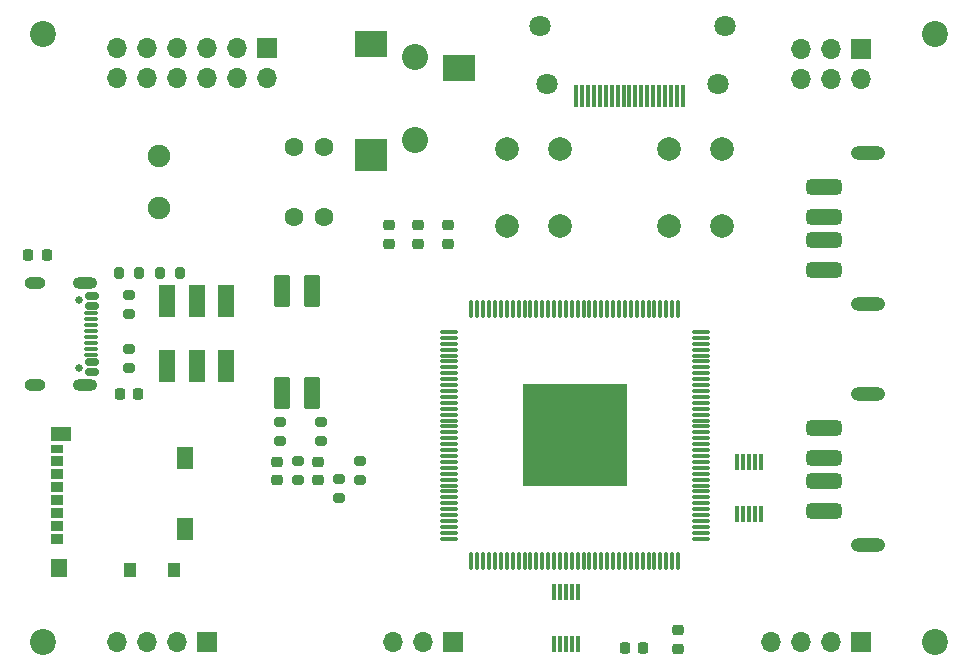
<source format=gts>
G04 #@! TF.GenerationSoftware,KiCad,Pcbnew,7.0.10-7.0.10~ubuntu20.04.1*
G04 #@! TF.CreationDate,2024-05-01T22:25:20+02:00*
G04 #@! TF.ProjectId,endeavour,656e6465-6176-46f7-9572-2e6b69636164,rev?*
G04 #@! TF.SameCoordinates,Original*
G04 #@! TF.FileFunction,Soldermask,Top*
G04 #@! TF.FilePolarity,Negative*
%FSLAX46Y46*%
G04 Gerber Fmt 4.6, Leading zero omitted, Abs format (unit mm)*
G04 Created by KiCad (PCBNEW 7.0.10-7.0.10~ubuntu20.04.1) date 2024-05-01 22:25:20*
%MOMM*%
%LPD*%
G01*
G04 APERTURE LIST*
G04 Aperture macros list*
%AMRoundRect*
0 Rectangle with rounded corners*
0 $1 Rounding radius*
0 $2 $3 $4 $5 $6 $7 $8 $9 X,Y pos of 4 corners*
0 Add a 4 corners polygon primitive as box body*
4,1,4,$2,$3,$4,$5,$6,$7,$8,$9,$2,$3,0*
0 Add four circle primitives for the rounded corners*
1,1,$1+$1,$2,$3*
1,1,$1+$1,$4,$5*
1,1,$1+$1,$6,$7*
1,1,$1+$1,$8,$9*
0 Add four rect primitives between the rounded corners*
20,1,$1+$1,$2,$3,$4,$5,0*
20,1,$1+$1,$4,$5,$6,$7,0*
20,1,$1+$1,$6,$7,$8,$9,0*
20,1,$1+$1,$8,$9,$2,$3,0*%
G04 Aperture macros list end*
%ADD10R,1.700000X1.700000*%
%ADD11O,1.700000X1.700000*%
%ADD12C,2.200000*%
%ADD13RoundRect,0.218750X0.256250X-0.218750X0.256250X0.218750X-0.256250X0.218750X-0.256250X-0.218750X0*%
%ADD14RoundRect,0.218750X-0.218750X-0.256250X0.218750X-0.256250X0.218750X0.256250X-0.218750X0.256250X0*%
%ADD15RoundRect,0.102000X-0.600000X-1.250000X0.600000X-1.250000X0.600000X1.250000X-0.600000X1.250000X0*%
%ADD16R,1.350000X1.900000*%
%ADD17R,1.800000X1.170000*%
%ADD18R,1.350000X1.550000*%
%ADD19R,1.000000X1.200000*%
%ADD20R,1.100000X0.750000*%
%ADD21R,1.100000X0.850000*%
%ADD22R,8.930000X8.700000*%
%ADD23RoundRect,0.075000X-0.075000X-0.662500X0.075000X-0.662500X0.075000X0.662500X-0.075000X0.662500X0*%
%ADD24RoundRect,0.075000X-0.662500X-0.075000X0.662500X-0.075000X0.662500X0.075000X-0.662500X0.075000X0*%
%ADD25O,2.900000X1.200000*%
%ADD26RoundRect,0.325000X1.175000X-0.325000X1.175000X0.325000X-1.175000X0.325000X-1.175000X-0.325000X0*%
%ADD27C,1.800000*%
%ADD28R,0.300000X1.900000*%
%ADD29C,1.600200*%
%ADD30C,1.905000*%
%ADD31C,2.209800*%
%ADD32R,2.794000X2.209800*%
%ADD33R,2.794000X2.794000*%
%ADD34R,0.300000X1.400000*%
%ADD35RoundRect,0.102000X-0.565000X1.220000X-0.565000X-1.220000X0.565000X-1.220000X0.565000X1.220000X0*%
%ADD36O,1.800000X1.000000*%
%ADD37O,2.100000X1.000000*%
%ADD38RoundRect,0.150000X-0.425000X0.150000X-0.425000X-0.150000X0.425000X-0.150000X0.425000X0.150000X0*%
%ADD39RoundRect,0.075000X-0.500000X0.075000X-0.500000X-0.075000X0.500000X-0.075000X0.500000X0.075000X0*%
%ADD40C,0.650000*%
%ADD41C,2.000000*%
%ADD42RoundRect,0.200000X0.275000X-0.200000X0.275000X0.200000X-0.275000X0.200000X-0.275000X-0.200000X0*%
%ADD43RoundRect,0.200000X-0.200000X-0.275000X0.200000X-0.275000X0.200000X0.275000X-0.200000X0.275000X0*%
%ADD44RoundRect,0.200000X-0.275000X0.200000X-0.275000X-0.200000X0.275000X-0.200000X0.275000X0.200000X0*%
%ADD45RoundRect,0.225000X-0.225000X-0.250000X0.225000X-0.250000X0.225000X0.250000X-0.225000X0.250000X0*%
%ADD46RoundRect,0.225000X0.250000X-0.225000X0.250000X0.225000X-0.250000X0.225000X-0.250000X-0.225000X0*%
G04 APERTURE END LIST*
D10*
X103900000Y-64460000D03*
D11*
X103900000Y-67000000D03*
X101360000Y-64460000D03*
X101360000Y-67000000D03*
X98820000Y-64460000D03*
X98820000Y-67000000D03*
X96280000Y-64460000D03*
X96280000Y-67000000D03*
X93740000Y-64460000D03*
X93740000Y-67000000D03*
X91200000Y-64460000D03*
X91200000Y-67000000D03*
X149070000Y-67040000D03*
X149070000Y-64500000D03*
X151610000Y-67040000D03*
X151610000Y-64500000D03*
X154150000Y-67040000D03*
D10*
X154150000Y-64500000D03*
D12*
X160400000Y-63250000D03*
X84900000Y-63250000D03*
D13*
X119150000Y-79462500D03*
X119150000Y-81037500D03*
X116650000Y-79462500D03*
X116650000Y-81037500D03*
X114150000Y-79462500D03*
X114150000Y-81037500D03*
D14*
X85225000Y-82000000D03*
X83650000Y-82000000D03*
D15*
X100400000Y-85900000D03*
X97900000Y-85900000D03*
X95400000Y-85900000D03*
X100400000Y-91400000D03*
X97900000Y-91400000D03*
X95400000Y-91400000D03*
D16*
X96930800Y-105175000D03*
X96930800Y-99205000D03*
D17*
X86455800Y-97180000D03*
D18*
X86230800Y-108500000D03*
D19*
X95955800Y-108675000D03*
X92255800Y-108675000D03*
D20*
X86105800Y-98390000D03*
D21*
X86105800Y-99440000D03*
X86105800Y-100540000D03*
X86105800Y-101640000D03*
X86105800Y-102740000D03*
X86105800Y-103840000D03*
X86105800Y-104940000D03*
X86105800Y-106040000D03*
D22*
X129912500Y-97250000D03*
D23*
X121162500Y-86587500D03*
X121662500Y-86587500D03*
X122162500Y-86587500D03*
X122662500Y-86587500D03*
X123162500Y-86587500D03*
X123662500Y-86587500D03*
X124162500Y-86587500D03*
X124662500Y-86587500D03*
X125162500Y-86587500D03*
X125662500Y-86587500D03*
X126162500Y-86587500D03*
X126662500Y-86587500D03*
X127162500Y-86587500D03*
X127662500Y-86587500D03*
X128162500Y-86587500D03*
X128662500Y-86587500D03*
X129162500Y-86587500D03*
X129662500Y-86587500D03*
X130162500Y-86587500D03*
X130662500Y-86587500D03*
X131162500Y-86587500D03*
X131662500Y-86587500D03*
X132162500Y-86587500D03*
X132662500Y-86587500D03*
X133162500Y-86587500D03*
X133662500Y-86587500D03*
X134162500Y-86587500D03*
X134662500Y-86587500D03*
X135162500Y-86587500D03*
X135662500Y-86587500D03*
X136162500Y-86587500D03*
X136662500Y-86587500D03*
X137162500Y-86587500D03*
X137662500Y-86587500D03*
X138162500Y-86587500D03*
X138662500Y-86587500D03*
D24*
X140575000Y-88500000D03*
X140575000Y-89000000D03*
X140575000Y-89500000D03*
X140575000Y-90000000D03*
X140575000Y-90500000D03*
X140575000Y-91000000D03*
X140575000Y-91500000D03*
X140575000Y-92000000D03*
X140575000Y-92500000D03*
X140575000Y-93000000D03*
X140575000Y-93500000D03*
X140575000Y-94000000D03*
X140575000Y-94500000D03*
X140575000Y-95000000D03*
X140575000Y-95500000D03*
X140575000Y-96000000D03*
X140575000Y-96500000D03*
X140575000Y-97000000D03*
X140575000Y-97500000D03*
X140575000Y-98000000D03*
X140575000Y-98500000D03*
X140575000Y-99000000D03*
X140575000Y-99500000D03*
X140575000Y-100000000D03*
X140575000Y-100500000D03*
X140575000Y-101000000D03*
X140575000Y-101500000D03*
X140575000Y-102000000D03*
X140575000Y-102500000D03*
X140575000Y-103000000D03*
X140575000Y-103500000D03*
X140575000Y-104000000D03*
X140575000Y-104500000D03*
X140575000Y-105000000D03*
X140575000Y-105500000D03*
X140575000Y-106000000D03*
D23*
X138662500Y-107912500D03*
X138162500Y-107912500D03*
X137662500Y-107912500D03*
X137162500Y-107912500D03*
X136662500Y-107912500D03*
X136162500Y-107912500D03*
X135662500Y-107912500D03*
X135162500Y-107912500D03*
X134662500Y-107912500D03*
X134162500Y-107912500D03*
X133662500Y-107912500D03*
X133162500Y-107912500D03*
X132662500Y-107912500D03*
X132162500Y-107912500D03*
X131662500Y-107912500D03*
X131162500Y-107912500D03*
X130662500Y-107912500D03*
X130162500Y-107912500D03*
X129662500Y-107912500D03*
X129162500Y-107912500D03*
X128662500Y-107912500D03*
X128162500Y-107912500D03*
X127662500Y-107912500D03*
X127162500Y-107912500D03*
X126662500Y-107912500D03*
X126162500Y-107912500D03*
X125662500Y-107912500D03*
X125162500Y-107912500D03*
X124662500Y-107912500D03*
X124162500Y-107912500D03*
X123662500Y-107912500D03*
X123162500Y-107912500D03*
X122662500Y-107912500D03*
X122162500Y-107912500D03*
X121662500Y-107912500D03*
X121162500Y-107912500D03*
D24*
X119250000Y-106000000D03*
X119250000Y-105500000D03*
X119250000Y-105000000D03*
X119250000Y-104500000D03*
X119250000Y-104000000D03*
X119250000Y-103500000D03*
X119250000Y-103000000D03*
X119250000Y-102500000D03*
X119250000Y-102000000D03*
X119250000Y-101500000D03*
X119250000Y-101000000D03*
X119250000Y-100500000D03*
X119250000Y-100000000D03*
X119250000Y-99500000D03*
X119250000Y-99000000D03*
X119250000Y-98500000D03*
X119250000Y-98000000D03*
X119250000Y-97500000D03*
X119250000Y-97000000D03*
X119250000Y-96500000D03*
X119250000Y-96000000D03*
X119250000Y-95500000D03*
X119250000Y-95000000D03*
X119250000Y-94500000D03*
X119250000Y-94000000D03*
X119250000Y-93500000D03*
X119250000Y-93000000D03*
X119250000Y-92500000D03*
X119250000Y-92000000D03*
X119250000Y-91500000D03*
X119250000Y-91000000D03*
X119250000Y-90500000D03*
X119250000Y-90000000D03*
X119250000Y-89500000D03*
X119250000Y-89000000D03*
X119250000Y-88500000D03*
D25*
X154750000Y-73350000D03*
X154750000Y-86150000D03*
D26*
X151050000Y-76250000D03*
X151050000Y-78750000D03*
X151050000Y-80750000D03*
X151050000Y-83250000D03*
D25*
X154750000Y-93750000D03*
X154750000Y-106550000D03*
D26*
X151050000Y-96650000D03*
X151050000Y-99150000D03*
X151050000Y-101150000D03*
X151050000Y-103650000D03*
D27*
X126950000Y-62600000D03*
X142650000Y-62600000D03*
X127550000Y-67500000D03*
X142050000Y-67500000D03*
D28*
X139050000Y-68500000D03*
X138550000Y-68500000D03*
X138050000Y-68500000D03*
X137550000Y-68500000D03*
X137050000Y-68500000D03*
X136550000Y-68500000D03*
X136050000Y-68500000D03*
X135550000Y-68500000D03*
X135050000Y-68500000D03*
X134550000Y-68500000D03*
X134050000Y-68500000D03*
X133550000Y-68500000D03*
X133050000Y-68500000D03*
X132550000Y-68500000D03*
X132050000Y-68500000D03*
X131550000Y-68500000D03*
X131050000Y-68500000D03*
X130550000Y-68500000D03*
X130050000Y-68500000D03*
D11*
X91150000Y-114725000D03*
X93690000Y-114725000D03*
X96230000Y-114725000D03*
D10*
X98770000Y-114725000D03*
D29*
X106160800Y-78749300D03*
X108650000Y-78749300D03*
X106160800Y-72856500D03*
X108650000Y-72856500D03*
D30*
X94730800Y-78000000D03*
X94730800Y-73605800D03*
D12*
X160400000Y-114750000D03*
D11*
X146530000Y-114750000D03*
X149070000Y-114750000D03*
X151610000Y-114750000D03*
D10*
X154150000Y-114750000D03*
D31*
X116400000Y-72250000D03*
X116400000Y-65250002D03*
D32*
X120100018Y-66150043D03*
D33*
X112700000Y-73550000D03*
D32*
X112700000Y-64150001D03*
D34*
X143650000Y-99550000D03*
X144150000Y-99550000D03*
X144650000Y-99550000D03*
X145150000Y-99550000D03*
X145650000Y-99550000D03*
X145650000Y-103950000D03*
X145150000Y-103950000D03*
X144650000Y-103950000D03*
X144150000Y-103950000D03*
X143650000Y-103950000D03*
D35*
X105130000Y-93672500D03*
X105130000Y-85072500D03*
X107670000Y-93672500D03*
X107670000Y-85072500D03*
D36*
X84230800Y-93000000D03*
D37*
X88410800Y-93000000D03*
D36*
X84230800Y-84360000D03*
D37*
X88410800Y-84360000D03*
D38*
X89055800Y-85480000D03*
X89055800Y-86280000D03*
D39*
X88985800Y-86930000D03*
X88985800Y-87930000D03*
X88985800Y-89430000D03*
X88985800Y-90430000D03*
D38*
X89055800Y-91080000D03*
X89055800Y-91880000D03*
X89055800Y-91880000D03*
X89055800Y-91080000D03*
D39*
X88985800Y-89930000D03*
X88985800Y-88930000D03*
X88985800Y-88430000D03*
X88985800Y-87430000D03*
D38*
X89055800Y-86280000D03*
X89055800Y-85480000D03*
D40*
X87910800Y-91570000D03*
X87910800Y-85790000D03*
D34*
X128150000Y-110500000D03*
X128650000Y-110500000D03*
X129150000Y-110500000D03*
X129650000Y-110500000D03*
X130150000Y-110500000D03*
X130150000Y-114900000D03*
X129650000Y-114900000D03*
X129150000Y-114900000D03*
X128650000Y-114900000D03*
X128150000Y-114900000D03*
D41*
X137900000Y-73000000D03*
X137900000Y-79500000D03*
X142400000Y-73000000D03*
X142400000Y-79500000D03*
X124150000Y-73000000D03*
X124150000Y-79500000D03*
X128650000Y-73000000D03*
X128650000Y-79500000D03*
D42*
X104966118Y-96100000D03*
X104966118Y-97750000D03*
X108466118Y-96100000D03*
X108466118Y-97750000D03*
D43*
X93000000Y-83500000D03*
X91350000Y-83500000D03*
D44*
X92150000Y-91575000D03*
X92150000Y-89925000D03*
D42*
X92150000Y-85350000D03*
X92150000Y-87000000D03*
D43*
X96475000Y-83500000D03*
X94825000Y-83500000D03*
D44*
X109966118Y-100925000D03*
X109966118Y-102575000D03*
X106466118Y-101075000D03*
X106466118Y-99425000D03*
D42*
X111716118Y-99425000D03*
X111716118Y-101075000D03*
D11*
X114570000Y-114725000D03*
X117110000Y-114725000D03*
D10*
X119650000Y-114725000D03*
D45*
X135700000Y-115250000D03*
X134150000Y-115250000D03*
X91375000Y-93750000D03*
X92925000Y-93750000D03*
D46*
X138650000Y-113750000D03*
X138650000Y-115300000D03*
X104716118Y-99500000D03*
X104716118Y-101050000D03*
X108216118Y-99500000D03*
X108216118Y-101050000D03*
D12*
X84900000Y-114725000D03*
M02*

</source>
